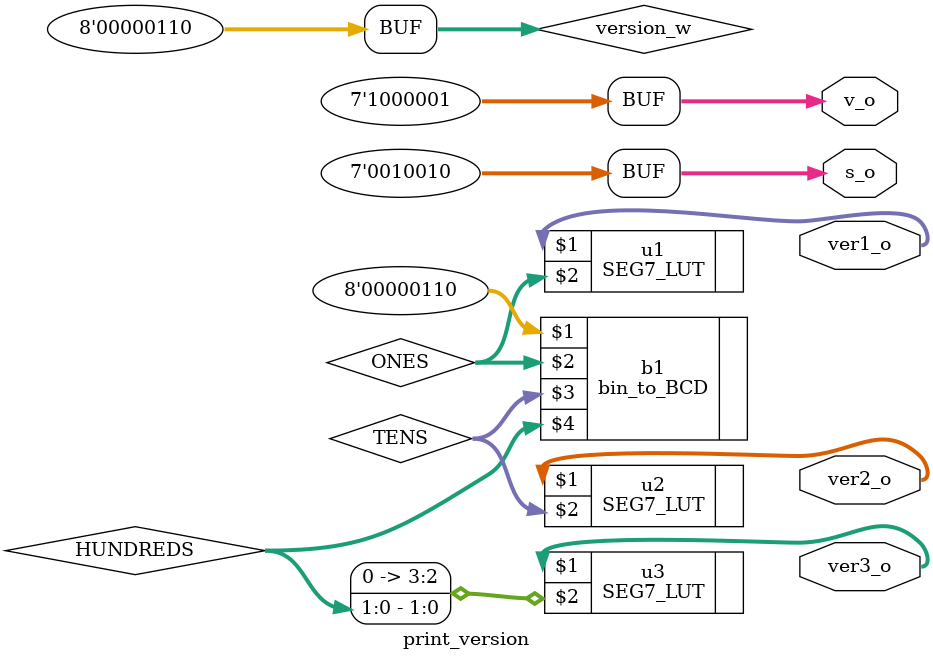
<source format=sv>
module print_version(

  output [6:0] v_o,
  output [6:0] s_o,

  output [6:0] ver1_o,
  output [6:0] ver2_o,
  output [6:0] ver3_o

);

parameter VERSION = 6;

logic [7:0] version_w;

logic [3:0] ONES;
logic [3:0] TENS;
logic [1:0] HUNDREDS;

assign version_w = VERSION;

assign v_o = 7'b1000001; 
assign s_o = 7'b0010010;

bin_to_BCD b1(
  version_w,
  ONES,
  TENS,
  HUNDREDS
);

SEG7_LUT u1(

  ver1_o,
  ONES

);

SEG7_LUT u2(

  ver2_o,
  TENS

);

SEG7_LUT u3(

  ver3_o,
  {2'b00,HUNDREDS}

);

endmodule

</source>
